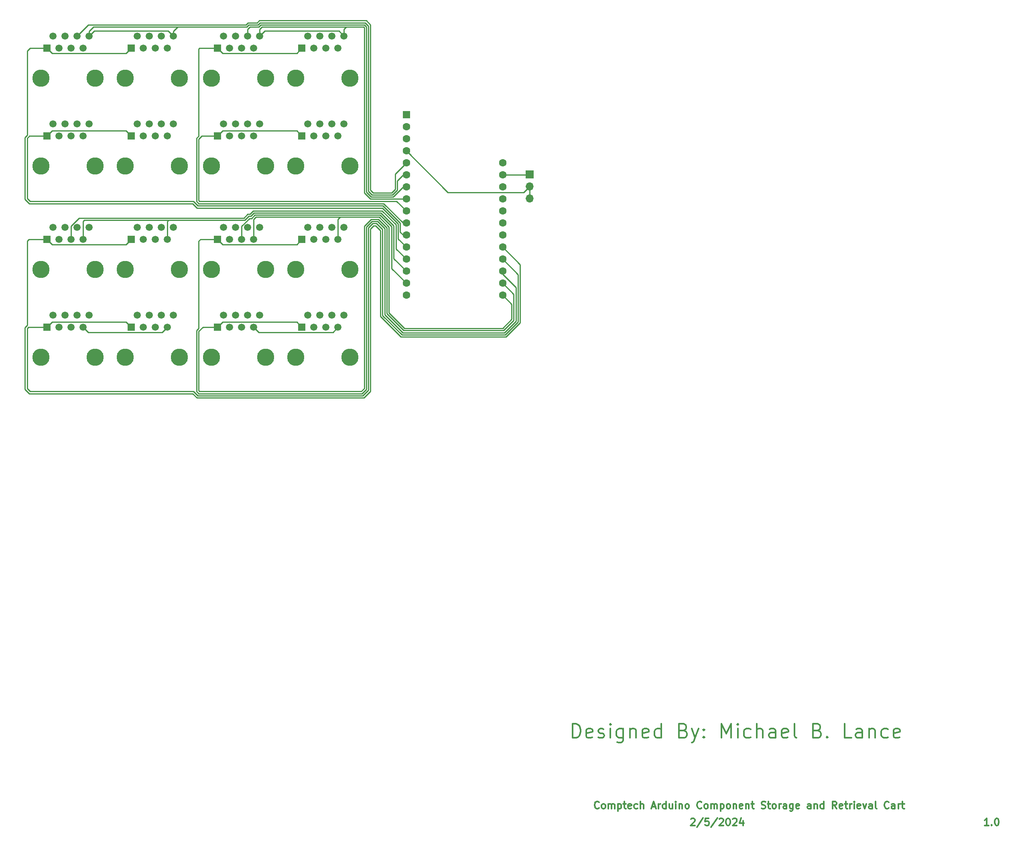
<source format=gbr>
%TF.GenerationSoftware,KiCad,Pcbnew,7.0.10*%
%TF.CreationDate,2024-02-05T14:26:27-07:00*%
%TF.ProjectId,pcbdraft-1,70636264-7261-4667-942d-312e6b696361,rev?*%
%TF.SameCoordinates,Original*%
%TF.FileFunction,Copper,L1,Top*%
%TF.FilePolarity,Positive*%
%FSLAX46Y46*%
G04 Gerber Fmt 4.6, Leading zero omitted, Abs format (unit mm)*
G04 Created by KiCad (PCBNEW 7.0.10) date 2024-02-05 14:26:27*
%MOMM*%
%LPD*%
G01*
G04 APERTURE LIST*
%ADD10C,0.300000*%
%TA.AperFunction,NonConductor*%
%ADD11C,0.300000*%
%TD*%
%TA.AperFunction,ComponentPad*%
%ADD12R,1.700000X1.700000*%
%TD*%
%TA.AperFunction,ComponentPad*%
%ADD13O,1.700000X1.700000*%
%TD*%
%TA.AperFunction,WasherPad*%
%ADD14C,3.650000*%
%TD*%
%TA.AperFunction,ComponentPad*%
%ADD15R,1.500000X1.500000*%
%TD*%
%TA.AperFunction,ComponentPad*%
%ADD16C,1.500000*%
%TD*%
%TA.AperFunction,ComponentPad*%
%ADD17R,1.600000X1.600000*%
%TD*%
%TA.AperFunction,ComponentPad*%
%ADD18C,1.600000*%
%TD*%
%TA.AperFunction,Conductor*%
%ADD19C,0.250000*%
%TD*%
G04 APERTURE END LIST*
D10*
D11*
X181759653Y-175385257D02*
X181759653Y-172385257D01*
X181759653Y-172385257D02*
X182473939Y-172385257D01*
X182473939Y-172385257D02*
X182902510Y-172528114D01*
X182902510Y-172528114D02*
X183188225Y-172813828D01*
X183188225Y-172813828D02*
X183331082Y-173099542D01*
X183331082Y-173099542D02*
X183473939Y-173670971D01*
X183473939Y-173670971D02*
X183473939Y-174099542D01*
X183473939Y-174099542D02*
X183331082Y-174670971D01*
X183331082Y-174670971D02*
X183188225Y-174956685D01*
X183188225Y-174956685D02*
X182902510Y-175242400D01*
X182902510Y-175242400D02*
X182473939Y-175385257D01*
X182473939Y-175385257D02*
X181759653Y-175385257D01*
X185902510Y-175242400D02*
X185616796Y-175385257D01*
X185616796Y-175385257D02*
X185045368Y-175385257D01*
X185045368Y-175385257D02*
X184759653Y-175242400D01*
X184759653Y-175242400D02*
X184616796Y-174956685D01*
X184616796Y-174956685D02*
X184616796Y-173813828D01*
X184616796Y-173813828D02*
X184759653Y-173528114D01*
X184759653Y-173528114D02*
X185045368Y-173385257D01*
X185045368Y-173385257D02*
X185616796Y-173385257D01*
X185616796Y-173385257D02*
X185902510Y-173528114D01*
X185902510Y-173528114D02*
X186045368Y-173813828D01*
X186045368Y-173813828D02*
X186045368Y-174099542D01*
X186045368Y-174099542D02*
X184616796Y-174385257D01*
X187188225Y-175242400D02*
X187473939Y-175385257D01*
X187473939Y-175385257D02*
X188045368Y-175385257D01*
X188045368Y-175385257D02*
X188331082Y-175242400D01*
X188331082Y-175242400D02*
X188473939Y-174956685D01*
X188473939Y-174956685D02*
X188473939Y-174813828D01*
X188473939Y-174813828D02*
X188331082Y-174528114D01*
X188331082Y-174528114D02*
X188045368Y-174385257D01*
X188045368Y-174385257D02*
X187616797Y-174385257D01*
X187616797Y-174385257D02*
X187331082Y-174242400D01*
X187331082Y-174242400D02*
X187188225Y-173956685D01*
X187188225Y-173956685D02*
X187188225Y-173813828D01*
X187188225Y-173813828D02*
X187331082Y-173528114D01*
X187331082Y-173528114D02*
X187616797Y-173385257D01*
X187616797Y-173385257D02*
X188045368Y-173385257D01*
X188045368Y-173385257D02*
X188331082Y-173528114D01*
X189759653Y-175385257D02*
X189759653Y-173385257D01*
X189759653Y-172385257D02*
X189616796Y-172528114D01*
X189616796Y-172528114D02*
X189759653Y-172670971D01*
X189759653Y-172670971D02*
X189902510Y-172528114D01*
X189902510Y-172528114D02*
X189759653Y-172385257D01*
X189759653Y-172385257D02*
X189759653Y-172670971D01*
X192473939Y-173385257D02*
X192473939Y-175813828D01*
X192473939Y-175813828D02*
X192331081Y-176099542D01*
X192331081Y-176099542D02*
X192188224Y-176242400D01*
X192188224Y-176242400D02*
X191902510Y-176385257D01*
X191902510Y-176385257D02*
X191473939Y-176385257D01*
X191473939Y-176385257D02*
X191188224Y-176242400D01*
X192473939Y-175242400D02*
X192188224Y-175385257D01*
X192188224Y-175385257D02*
X191616796Y-175385257D01*
X191616796Y-175385257D02*
X191331081Y-175242400D01*
X191331081Y-175242400D02*
X191188224Y-175099542D01*
X191188224Y-175099542D02*
X191045367Y-174813828D01*
X191045367Y-174813828D02*
X191045367Y-173956685D01*
X191045367Y-173956685D02*
X191188224Y-173670971D01*
X191188224Y-173670971D02*
X191331081Y-173528114D01*
X191331081Y-173528114D02*
X191616796Y-173385257D01*
X191616796Y-173385257D02*
X192188224Y-173385257D01*
X192188224Y-173385257D02*
X192473939Y-173528114D01*
X193902510Y-173385257D02*
X193902510Y-175385257D01*
X193902510Y-173670971D02*
X194045367Y-173528114D01*
X194045367Y-173528114D02*
X194331082Y-173385257D01*
X194331082Y-173385257D02*
X194759653Y-173385257D01*
X194759653Y-173385257D02*
X195045367Y-173528114D01*
X195045367Y-173528114D02*
X195188225Y-173813828D01*
X195188225Y-173813828D02*
X195188225Y-175385257D01*
X197759653Y-175242400D02*
X197473939Y-175385257D01*
X197473939Y-175385257D02*
X196902511Y-175385257D01*
X196902511Y-175385257D02*
X196616796Y-175242400D01*
X196616796Y-175242400D02*
X196473939Y-174956685D01*
X196473939Y-174956685D02*
X196473939Y-173813828D01*
X196473939Y-173813828D02*
X196616796Y-173528114D01*
X196616796Y-173528114D02*
X196902511Y-173385257D01*
X196902511Y-173385257D02*
X197473939Y-173385257D01*
X197473939Y-173385257D02*
X197759653Y-173528114D01*
X197759653Y-173528114D02*
X197902511Y-173813828D01*
X197902511Y-173813828D02*
X197902511Y-174099542D01*
X197902511Y-174099542D02*
X196473939Y-174385257D01*
X200473940Y-175385257D02*
X200473940Y-172385257D01*
X200473940Y-175242400D02*
X200188225Y-175385257D01*
X200188225Y-175385257D02*
X199616797Y-175385257D01*
X199616797Y-175385257D02*
X199331082Y-175242400D01*
X199331082Y-175242400D02*
X199188225Y-175099542D01*
X199188225Y-175099542D02*
X199045368Y-174813828D01*
X199045368Y-174813828D02*
X199045368Y-173956685D01*
X199045368Y-173956685D02*
X199188225Y-173670971D01*
X199188225Y-173670971D02*
X199331082Y-173528114D01*
X199331082Y-173528114D02*
X199616797Y-173385257D01*
X199616797Y-173385257D02*
X200188225Y-173385257D01*
X200188225Y-173385257D02*
X200473940Y-173528114D01*
X205188225Y-173813828D02*
X205616797Y-173956685D01*
X205616797Y-173956685D02*
X205759654Y-174099542D01*
X205759654Y-174099542D02*
X205902511Y-174385257D01*
X205902511Y-174385257D02*
X205902511Y-174813828D01*
X205902511Y-174813828D02*
X205759654Y-175099542D01*
X205759654Y-175099542D02*
X205616797Y-175242400D01*
X205616797Y-175242400D02*
X205331082Y-175385257D01*
X205331082Y-175385257D02*
X204188225Y-175385257D01*
X204188225Y-175385257D02*
X204188225Y-172385257D01*
X204188225Y-172385257D02*
X205188225Y-172385257D01*
X205188225Y-172385257D02*
X205473940Y-172528114D01*
X205473940Y-172528114D02*
X205616797Y-172670971D01*
X205616797Y-172670971D02*
X205759654Y-172956685D01*
X205759654Y-172956685D02*
X205759654Y-173242400D01*
X205759654Y-173242400D02*
X205616797Y-173528114D01*
X205616797Y-173528114D02*
X205473940Y-173670971D01*
X205473940Y-173670971D02*
X205188225Y-173813828D01*
X205188225Y-173813828D02*
X204188225Y-173813828D01*
X206902511Y-173385257D02*
X207616797Y-175385257D01*
X208331082Y-173385257D02*
X207616797Y-175385257D01*
X207616797Y-175385257D02*
X207331082Y-176099542D01*
X207331082Y-176099542D02*
X207188225Y-176242400D01*
X207188225Y-176242400D02*
X206902511Y-176385257D01*
X209473939Y-175099542D02*
X209616796Y-175242400D01*
X209616796Y-175242400D02*
X209473939Y-175385257D01*
X209473939Y-175385257D02*
X209331082Y-175242400D01*
X209331082Y-175242400D02*
X209473939Y-175099542D01*
X209473939Y-175099542D02*
X209473939Y-175385257D01*
X209473939Y-173528114D02*
X209616796Y-173670971D01*
X209616796Y-173670971D02*
X209473939Y-173813828D01*
X209473939Y-173813828D02*
X209331082Y-173670971D01*
X209331082Y-173670971D02*
X209473939Y-173528114D01*
X209473939Y-173528114D02*
X209473939Y-173813828D01*
X213188224Y-175385257D02*
X213188224Y-172385257D01*
X213188224Y-172385257D02*
X214188224Y-174528114D01*
X214188224Y-174528114D02*
X215188224Y-172385257D01*
X215188224Y-172385257D02*
X215188224Y-175385257D01*
X216616795Y-175385257D02*
X216616795Y-173385257D01*
X216616795Y-172385257D02*
X216473938Y-172528114D01*
X216473938Y-172528114D02*
X216616795Y-172670971D01*
X216616795Y-172670971D02*
X216759652Y-172528114D01*
X216759652Y-172528114D02*
X216616795Y-172385257D01*
X216616795Y-172385257D02*
X216616795Y-172670971D01*
X219331081Y-175242400D02*
X219045366Y-175385257D01*
X219045366Y-175385257D02*
X218473938Y-175385257D01*
X218473938Y-175385257D02*
X218188223Y-175242400D01*
X218188223Y-175242400D02*
X218045366Y-175099542D01*
X218045366Y-175099542D02*
X217902509Y-174813828D01*
X217902509Y-174813828D02*
X217902509Y-173956685D01*
X217902509Y-173956685D02*
X218045366Y-173670971D01*
X218045366Y-173670971D02*
X218188223Y-173528114D01*
X218188223Y-173528114D02*
X218473938Y-173385257D01*
X218473938Y-173385257D02*
X219045366Y-173385257D01*
X219045366Y-173385257D02*
X219331081Y-173528114D01*
X220616795Y-175385257D02*
X220616795Y-172385257D01*
X221902510Y-175385257D02*
X221902510Y-173813828D01*
X221902510Y-173813828D02*
X221759652Y-173528114D01*
X221759652Y-173528114D02*
X221473938Y-173385257D01*
X221473938Y-173385257D02*
X221045367Y-173385257D01*
X221045367Y-173385257D02*
X220759652Y-173528114D01*
X220759652Y-173528114D02*
X220616795Y-173670971D01*
X224616796Y-175385257D02*
X224616796Y-173813828D01*
X224616796Y-173813828D02*
X224473938Y-173528114D01*
X224473938Y-173528114D02*
X224188224Y-173385257D01*
X224188224Y-173385257D02*
X223616796Y-173385257D01*
X223616796Y-173385257D02*
X223331081Y-173528114D01*
X224616796Y-175242400D02*
X224331081Y-175385257D01*
X224331081Y-175385257D02*
X223616796Y-175385257D01*
X223616796Y-175385257D02*
X223331081Y-175242400D01*
X223331081Y-175242400D02*
X223188224Y-174956685D01*
X223188224Y-174956685D02*
X223188224Y-174670971D01*
X223188224Y-174670971D02*
X223331081Y-174385257D01*
X223331081Y-174385257D02*
X223616796Y-174242400D01*
X223616796Y-174242400D02*
X224331081Y-174242400D01*
X224331081Y-174242400D02*
X224616796Y-174099542D01*
X227188224Y-175242400D02*
X226902510Y-175385257D01*
X226902510Y-175385257D02*
X226331082Y-175385257D01*
X226331082Y-175385257D02*
X226045367Y-175242400D01*
X226045367Y-175242400D02*
X225902510Y-174956685D01*
X225902510Y-174956685D02*
X225902510Y-173813828D01*
X225902510Y-173813828D02*
X226045367Y-173528114D01*
X226045367Y-173528114D02*
X226331082Y-173385257D01*
X226331082Y-173385257D02*
X226902510Y-173385257D01*
X226902510Y-173385257D02*
X227188224Y-173528114D01*
X227188224Y-173528114D02*
X227331082Y-173813828D01*
X227331082Y-173813828D02*
X227331082Y-174099542D01*
X227331082Y-174099542D02*
X225902510Y-174385257D01*
X229045368Y-175385257D02*
X228759653Y-175242400D01*
X228759653Y-175242400D02*
X228616796Y-174956685D01*
X228616796Y-174956685D02*
X228616796Y-172385257D01*
X233473939Y-173813828D02*
X233902511Y-173956685D01*
X233902511Y-173956685D02*
X234045368Y-174099542D01*
X234045368Y-174099542D02*
X234188225Y-174385257D01*
X234188225Y-174385257D02*
X234188225Y-174813828D01*
X234188225Y-174813828D02*
X234045368Y-175099542D01*
X234045368Y-175099542D02*
X233902511Y-175242400D01*
X233902511Y-175242400D02*
X233616796Y-175385257D01*
X233616796Y-175385257D02*
X232473939Y-175385257D01*
X232473939Y-175385257D02*
X232473939Y-172385257D01*
X232473939Y-172385257D02*
X233473939Y-172385257D01*
X233473939Y-172385257D02*
X233759654Y-172528114D01*
X233759654Y-172528114D02*
X233902511Y-172670971D01*
X233902511Y-172670971D02*
X234045368Y-172956685D01*
X234045368Y-172956685D02*
X234045368Y-173242400D01*
X234045368Y-173242400D02*
X233902511Y-173528114D01*
X233902511Y-173528114D02*
X233759654Y-173670971D01*
X233759654Y-173670971D02*
X233473939Y-173813828D01*
X233473939Y-173813828D02*
X232473939Y-173813828D01*
X235473939Y-175099542D02*
X235616796Y-175242400D01*
X235616796Y-175242400D02*
X235473939Y-175385257D01*
X235473939Y-175385257D02*
X235331082Y-175242400D01*
X235331082Y-175242400D02*
X235473939Y-175099542D01*
X235473939Y-175099542D02*
X235473939Y-175385257D01*
X240616796Y-175385257D02*
X239188224Y-175385257D01*
X239188224Y-175385257D02*
X239188224Y-172385257D01*
X242902510Y-175385257D02*
X242902510Y-173813828D01*
X242902510Y-173813828D02*
X242759652Y-173528114D01*
X242759652Y-173528114D02*
X242473938Y-173385257D01*
X242473938Y-173385257D02*
X241902510Y-173385257D01*
X241902510Y-173385257D02*
X241616795Y-173528114D01*
X242902510Y-175242400D02*
X242616795Y-175385257D01*
X242616795Y-175385257D02*
X241902510Y-175385257D01*
X241902510Y-175385257D02*
X241616795Y-175242400D01*
X241616795Y-175242400D02*
X241473938Y-174956685D01*
X241473938Y-174956685D02*
X241473938Y-174670971D01*
X241473938Y-174670971D02*
X241616795Y-174385257D01*
X241616795Y-174385257D02*
X241902510Y-174242400D01*
X241902510Y-174242400D02*
X242616795Y-174242400D01*
X242616795Y-174242400D02*
X242902510Y-174099542D01*
X244331081Y-173385257D02*
X244331081Y-175385257D01*
X244331081Y-173670971D02*
X244473938Y-173528114D01*
X244473938Y-173528114D02*
X244759653Y-173385257D01*
X244759653Y-173385257D02*
X245188224Y-173385257D01*
X245188224Y-173385257D02*
X245473938Y-173528114D01*
X245473938Y-173528114D02*
X245616796Y-173813828D01*
X245616796Y-173813828D02*
X245616796Y-175385257D01*
X248331082Y-175242400D02*
X248045367Y-175385257D01*
X248045367Y-175385257D02*
X247473939Y-175385257D01*
X247473939Y-175385257D02*
X247188224Y-175242400D01*
X247188224Y-175242400D02*
X247045367Y-175099542D01*
X247045367Y-175099542D02*
X246902510Y-174813828D01*
X246902510Y-174813828D02*
X246902510Y-173956685D01*
X246902510Y-173956685D02*
X247045367Y-173670971D01*
X247045367Y-173670971D02*
X247188224Y-173528114D01*
X247188224Y-173528114D02*
X247473939Y-173385257D01*
X247473939Y-173385257D02*
X248045367Y-173385257D01*
X248045367Y-173385257D02*
X248331082Y-173528114D01*
X250759653Y-175242400D02*
X250473939Y-175385257D01*
X250473939Y-175385257D02*
X249902511Y-175385257D01*
X249902511Y-175385257D02*
X249616796Y-175242400D01*
X249616796Y-175242400D02*
X249473939Y-174956685D01*
X249473939Y-174956685D02*
X249473939Y-173813828D01*
X249473939Y-173813828D02*
X249616796Y-173528114D01*
X249616796Y-173528114D02*
X249902511Y-173385257D01*
X249902511Y-173385257D02*
X250473939Y-173385257D01*
X250473939Y-173385257D02*
X250759653Y-173528114D01*
X250759653Y-173528114D02*
X250902511Y-173813828D01*
X250902511Y-173813828D02*
X250902511Y-174099542D01*
X250902511Y-174099542D02*
X249473939Y-174385257D01*
D10*
D11*
X187339653Y-190157971D02*
X187268225Y-190229400D01*
X187268225Y-190229400D02*
X187053939Y-190300828D01*
X187053939Y-190300828D02*
X186911082Y-190300828D01*
X186911082Y-190300828D02*
X186696796Y-190229400D01*
X186696796Y-190229400D02*
X186553939Y-190086542D01*
X186553939Y-190086542D02*
X186482510Y-189943685D01*
X186482510Y-189943685D02*
X186411082Y-189657971D01*
X186411082Y-189657971D02*
X186411082Y-189443685D01*
X186411082Y-189443685D02*
X186482510Y-189157971D01*
X186482510Y-189157971D02*
X186553939Y-189015114D01*
X186553939Y-189015114D02*
X186696796Y-188872257D01*
X186696796Y-188872257D02*
X186911082Y-188800828D01*
X186911082Y-188800828D02*
X187053939Y-188800828D01*
X187053939Y-188800828D02*
X187268225Y-188872257D01*
X187268225Y-188872257D02*
X187339653Y-188943685D01*
X188196796Y-190300828D02*
X188053939Y-190229400D01*
X188053939Y-190229400D02*
X187982510Y-190157971D01*
X187982510Y-190157971D02*
X187911082Y-190015114D01*
X187911082Y-190015114D02*
X187911082Y-189586542D01*
X187911082Y-189586542D02*
X187982510Y-189443685D01*
X187982510Y-189443685D02*
X188053939Y-189372257D01*
X188053939Y-189372257D02*
X188196796Y-189300828D01*
X188196796Y-189300828D02*
X188411082Y-189300828D01*
X188411082Y-189300828D02*
X188553939Y-189372257D01*
X188553939Y-189372257D02*
X188625368Y-189443685D01*
X188625368Y-189443685D02*
X188696796Y-189586542D01*
X188696796Y-189586542D02*
X188696796Y-190015114D01*
X188696796Y-190015114D02*
X188625368Y-190157971D01*
X188625368Y-190157971D02*
X188553939Y-190229400D01*
X188553939Y-190229400D02*
X188411082Y-190300828D01*
X188411082Y-190300828D02*
X188196796Y-190300828D01*
X189339653Y-190300828D02*
X189339653Y-189300828D01*
X189339653Y-189443685D02*
X189411082Y-189372257D01*
X189411082Y-189372257D02*
X189553939Y-189300828D01*
X189553939Y-189300828D02*
X189768225Y-189300828D01*
X189768225Y-189300828D02*
X189911082Y-189372257D01*
X189911082Y-189372257D02*
X189982511Y-189515114D01*
X189982511Y-189515114D02*
X189982511Y-190300828D01*
X189982511Y-189515114D02*
X190053939Y-189372257D01*
X190053939Y-189372257D02*
X190196796Y-189300828D01*
X190196796Y-189300828D02*
X190411082Y-189300828D01*
X190411082Y-189300828D02*
X190553939Y-189372257D01*
X190553939Y-189372257D02*
X190625368Y-189515114D01*
X190625368Y-189515114D02*
X190625368Y-190300828D01*
X191339653Y-189300828D02*
X191339653Y-190800828D01*
X191339653Y-189372257D02*
X191482511Y-189300828D01*
X191482511Y-189300828D02*
X191768225Y-189300828D01*
X191768225Y-189300828D02*
X191911082Y-189372257D01*
X191911082Y-189372257D02*
X191982511Y-189443685D01*
X191982511Y-189443685D02*
X192053939Y-189586542D01*
X192053939Y-189586542D02*
X192053939Y-190015114D01*
X192053939Y-190015114D02*
X191982511Y-190157971D01*
X191982511Y-190157971D02*
X191911082Y-190229400D01*
X191911082Y-190229400D02*
X191768225Y-190300828D01*
X191768225Y-190300828D02*
X191482511Y-190300828D01*
X191482511Y-190300828D02*
X191339653Y-190229400D01*
X192482511Y-189300828D02*
X193053939Y-189300828D01*
X192696796Y-188800828D02*
X192696796Y-190086542D01*
X192696796Y-190086542D02*
X192768225Y-190229400D01*
X192768225Y-190229400D02*
X192911082Y-190300828D01*
X192911082Y-190300828D02*
X193053939Y-190300828D01*
X194125368Y-190229400D02*
X193982511Y-190300828D01*
X193982511Y-190300828D02*
X193696797Y-190300828D01*
X193696797Y-190300828D02*
X193553939Y-190229400D01*
X193553939Y-190229400D02*
X193482511Y-190086542D01*
X193482511Y-190086542D02*
X193482511Y-189515114D01*
X193482511Y-189515114D02*
X193553939Y-189372257D01*
X193553939Y-189372257D02*
X193696797Y-189300828D01*
X193696797Y-189300828D02*
X193982511Y-189300828D01*
X193982511Y-189300828D02*
X194125368Y-189372257D01*
X194125368Y-189372257D02*
X194196797Y-189515114D01*
X194196797Y-189515114D02*
X194196797Y-189657971D01*
X194196797Y-189657971D02*
X193482511Y-189800828D01*
X195482511Y-190229400D02*
X195339653Y-190300828D01*
X195339653Y-190300828D02*
X195053939Y-190300828D01*
X195053939Y-190300828D02*
X194911082Y-190229400D01*
X194911082Y-190229400D02*
X194839653Y-190157971D01*
X194839653Y-190157971D02*
X194768225Y-190015114D01*
X194768225Y-190015114D02*
X194768225Y-189586542D01*
X194768225Y-189586542D02*
X194839653Y-189443685D01*
X194839653Y-189443685D02*
X194911082Y-189372257D01*
X194911082Y-189372257D02*
X195053939Y-189300828D01*
X195053939Y-189300828D02*
X195339653Y-189300828D01*
X195339653Y-189300828D02*
X195482511Y-189372257D01*
X196125367Y-190300828D02*
X196125367Y-188800828D01*
X196768225Y-190300828D02*
X196768225Y-189515114D01*
X196768225Y-189515114D02*
X196696796Y-189372257D01*
X196696796Y-189372257D02*
X196553939Y-189300828D01*
X196553939Y-189300828D02*
X196339653Y-189300828D01*
X196339653Y-189300828D02*
X196196796Y-189372257D01*
X196196796Y-189372257D02*
X196125367Y-189443685D01*
X198553939Y-189872257D02*
X199268225Y-189872257D01*
X198411082Y-190300828D02*
X198911082Y-188800828D01*
X198911082Y-188800828D02*
X199411082Y-190300828D01*
X199911081Y-190300828D02*
X199911081Y-189300828D01*
X199911081Y-189586542D02*
X199982510Y-189443685D01*
X199982510Y-189443685D02*
X200053939Y-189372257D01*
X200053939Y-189372257D02*
X200196796Y-189300828D01*
X200196796Y-189300828D02*
X200339653Y-189300828D01*
X201482510Y-190300828D02*
X201482510Y-188800828D01*
X201482510Y-190229400D02*
X201339652Y-190300828D01*
X201339652Y-190300828D02*
X201053938Y-190300828D01*
X201053938Y-190300828D02*
X200911081Y-190229400D01*
X200911081Y-190229400D02*
X200839652Y-190157971D01*
X200839652Y-190157971D02*
X200768224Y-190015114D01*
X200768224Y-190015114D02*
X200768224Y-189586542D01*
X200768224Y-189586542D02*
X200839652Y-189443685D01*
X200839652Y-189443685D02*
X200911081Y-189372257D01*
X200911081Y-189372257D02*
X201053938Y-189300828D01*
X201053938Y-189300828D02*
X201339652Y-189300828D01*
X201339652Y-189300828D02*
X201482510Y-189372257D01*
X202839653Y-189300828D02*
X202839653Y-190300828D01*
X202196795Y-189300828D02*
X202196795Y-190086542D01*
X202196795Y-190086542D02*
X202268224Y-190229400D01*
X202268224Y-190229400D02*
X202411081Y-190300828D01*
X202411081Y-190300828D02*
X202625367Y-190300828D01*
X202625367Y-190300828D02*
X202768224Y-190229400D01*
X202768224Y-190229400D02*
X202839653Y-190157971D01*
X203553938Y-190300828D02*
X203553938Y-189300828D01*
X203553938Y-188800828D02*
X203482510Y-188872257D01*
X203482510Y-188872257D02*
X203553938Y-188943685D01*
X203553938Y-188943685D02*
X203625367Y-188872257D01*
X203625367Y-188872257D02*
X203553938Y-188800828D01*
X203553938Y-188800828D02*
X203553938Y-188943685D01*
X204268224Y-189300828D02*
X204268224Y-190300828D01*
X204268224Y-189443685D02*
X204339653Y-189372257D01*
X204339653Y-189372257D02*
X204482510Y-189300828D01*
X204482510Y-189300828D02*
X204696796Y-189300828D01*
X204696796Y-189300828D02*
X204839653Y-189372257D01*
X204839653Y-189372257D02*
X204911082Y-189515114D01*
X204911082Y-189515114D02*
X204911082Y-190300828D01*
X205839653Y-190300828D02*
X205696796Y-190229400D01*
X205696796Y-190229400D02*
X205625367Y-190157971D01*
X205625367Y-190157971D02*
X205553939Y-190015114D01*
X205553939Y-190015114D02*
X205553939Y-189586542D01*
X205553939Y-189586542D02*
X205625367Y-189443685D01*
X205625367Y-189443685D02*
X205696796Y-189372257D01*
X205696796Y-189372257D02*
X205839653Y-189300828D01*
X205839653Y-189300828D02*
X206053939Y-189300828D01*
X206053939Y-189300828D02*
X206196796Y-189372257D01*
X206196796Y-189372257D02*
X206268225Y-189443685D01*
X206268225Y-189443685D02*
X206339653Y-189586542D01*
X206339653Y-189586542D02*
X206339653Y-190015114D01*
X206339653Y-190015114D02*
X206268225Y-190157971D01*
X206268225Y-190157971D02*
X206196796Y-190229400D01*
X206196796Y-190229400D02*
X206053939Y-190300828D01*
X206053939Y-190300828D02*
X205839653Y-190300828D01*
X208982510Y-190157971D02*
X208911082Y-190229400D01*
X208911082Y-190229400D02*
X208696796Y-190300828D01*
X208696796Y-190300828D02*
X208553939Y-190300828D01*
X208553939Y-190300828D02*
X208339653Y-190229400D01*
X208339653Y-190229400D02*
X208196796Y-190086542D01*
X208196796Y-190086542D02*
X208125367Y-189943685D01*
X208125367Y-189943685D02*
X208053939Y-189657971D01*
X208053939Y-189657971D02*
X208053939Y-189443685D01*
X208053939Y-189443685D02*
X208125367Y-189157971D01*
X208125367Y-189157971D02*
X208196796Y-189015114D01*
X208196796Y-189015114D02*
X208339653Y-188872257D01*
X208339653Y-188872257D02*
X208553939Y-188800828D01*
X208553939Y-188800828D02*
X208696796Y-188800828D01*
X208696796Y-188800828D02*
X208911082Y-188872257D01*
X208911082Y-188872257D02*
X208982510Y-188943685D01*
X209839653Y-190300828D02*
X209696796Y-190229400D01*
X209696796Y-190229400D02*
X209625367Y-190157971D01*
X209625367Y-190157971D02*
X209553939Y-190015114D01*
X209553939Y-190015114D02*
X209553939Y-189586542D01*
X209553939Y-189586542D02*
X209625367Y-189443685D01*
X209625367Y-189443685D02*
X209696796Y-189372257D01*
X209696796Y-189372257D02*
X209839653Y-189300828D01*
X209839653Y-189300828D02*
X210053939Y-189300828D01*
X210053939Y-189300828D02*
X210196796Y-189372257D01*
X210196796Y-189372257D02*
X210268225Y-189443685D01*
X210268225Y-189443685D02*
X210339653Y-189586542D01*
X210339653Y-189586542D02*
X210339653Y-190015114D01*
X210339653Y-190015114D02*
X210268225Y-190157971D01*
X210268225Y-190157971D02*
X210196796Y-190229400D01*
X210196796Y-190229400D02*
X210053939Y-190300828D01*
X210053939Y-190300828D02*
X209839653Y-190300828D01*
X210982510Y-190300828D02*
X210982510Y-189300828D01*
X210982510Y-189443685D02*
X211053939Y-189372257D01*
X211053939Y-189372257D02*
X211196796Y-189300828D01*
X211196796Y-189300828D02*
X211411082Y-189300828D01*
X211411082Y-189300828D02*
X211553939Y-189372257D01*
X211553939Y-189372257D02*
X211625368Y-189515114D01*
X211625368Y-189515114D02*
X211625368Y-190300828D01*
X211625368Y-189515114D02*
X211696796Y-189372257D01*
X211696796Y-189372257D02*
X211839653Y-189300828D01*
X211839653Y-189300828D02*
X212053939Y-189300828D01*
X212053939Y-189300828D02*
X212196796Y-189372257D01*
X212196796Y-189372257D02*
X212268225Y-189515114D01*
X212268225Y-189515114D02*
X212268225Y-190300828D01*
X212982510Y-189300828D02*
X212982510Y-190800828D01*
X212982510Y-189372257D02*
X213125368Y-189300828D01*
X213125368Y-189300828D02*
X213411082Y-189300828D01*
X213411082Y-189300828D02*
X213553939Y-189372257D01*
X213553939Y-189372257D02*
X213625368Y-189443685D01*
X213625368Y-189443685D02*
X213696796Y-189586542D01*
X213696796Y-189586542D02*
X213696796Y-190015114D01*
X213696796Y-190015114D02*
X213625368Y-190157971D01*
X213625368Y-190157971D02*
X213553939Y-190229400D01*
X213553939Y-190229400D02*
X213411082Y-190300828D01*
X213411082Y-190300828D02*
X213125368Y-190300828D01*
X213125368Y-190300828D02*
X212982510Y-190229400D01*
X214553939Y-190300828D02*
X214411082Y-190229400D01*
X214411082Y-190229400D02*
X214339653Y-190157971D01*
X214339653Y-190157971D02*
X214268225Y-190015114D01*
X214268225Y-190015114D02*
X214268225Y-189586542D01*
X214268225Y-189586542D02*
X214339653Y-189443685D01*
X214339653Y-189443685D02*
X214411082Y-189372257D01*
X214411082Y-189372257D02*
X214553939Y-189300828D01*
X214553939Y-189300828D02*
X214768225Y-189300828D01*
X214768225Y-189300828D02*
X214911082Y-189372257D01*
X214911082Y-189372257D02*
X214982511Y-189443685D01*
X214982511Y-189443685D02*
X215053939Y-189586542D01*
X215053939Y-189586542D02*
X215053939Y-190015114D01*
X215053939Y-190015114D02*
X214982511Y-190157971D01*
X214982511Y-190157971D02*
X214911082Y-190229400D01*
X214911082Y-190229400D02*
X214768225Y-190300828D01*
X214768225Y-190300828D02*
X214553939Y-190300828D01*
X215696796Y-189300828D02*
X215696796Y-190300828D01*
X215696796Y-189443685D02*
X215768225Y-189372257D01*
X215768225Y-189372257D02*
X215911082Y-189300828D01*
X215911082Y-189300828D02*
X216125368Y-189300828D01*
X216125368Y-189300828D02*
X216268225Y-189372257D01*
X216268225Y-189372257D02*
X216339654Y-189515114D01*
X216339654Y-189515114D02*
X216339654Y-190300828D01*
X217625368Y-190229400D02*
X217482511Y-190300828D01*
X217482511Y-190300828D02*
X217196797Y-190300828D01*
X217196797Y-190300828D02*
X217053939Y-190229400D01*
X217053939Y-190229400D02*
X216982511Y-190086542D01*
X216982511Y-190086542D02*
X216982511Y-189515114D01*
X216982511Y-189515114D02*
X217053939Y-189372257D01*
X217053939Y-189372257D02*
X217196797Y-189300828D01*
X217196797Y-189300828D02*
X217482511Y-189300828D01*
X217482511Y-189300828D02*
X217625368Y-189372257D01*
X217625368Y-189372257D02*
X217696797Y-189515114D01*
X217696797Y-189515114D02*
X217696797Y-189657971D01*
X217696797Y-189657971D02*
X216982511Y-189800828D01*
X218339653Y-189300828D02*
X218339653Y-190300828D01*
X218339653Y-189443685D02*
X218411082Y-189372257D01*
X218411082Y-189372257D02*
X218553939Y-189300828D01*
X218553939Y-189300828D02*
X218768225Y-189300828D01*
X218768225Y-189300828D02*
X218911082Y-189372257D01*
X218911082Y-189372257D02*
X218982511Y-189515114D01*
X218982511Y-189515114D02*
X218982511Y-190300828D01*
X219482511Y-189300828D02*
X220053939Y-189300828D01*
X219696796Y-188800828D02*
X219696796Y-190086542D01*
X219696796Y-190086542D02*
X219768225Y-190229400D01*
X219768225Y-190229400D02*
X219911082Y-190300828D01*
X219911082Y-190300828D02*
X220053939Y-190300828D01*
X221625368Y-190229400D02*
X221839654Y-190300828D01*
X221839654Y-190300828D02*
X222196796Y-190300828D01*
X222196796Y-190300828D02*
X222339654Y-190229400D01*
X222339654Y-190229400D02*
X222411082Y-190157971D01*
X222411082Y-190157971D02*
X222482511Y-190015114D01*
X222482511Y-190015114D02*
X222482511Y-189872257D01*
X222482511Y-189872257D02*
X222411082Y-189729400D01*
X222411082Y-189729400D02*
X222339654Y-189657971D01*
X222339654Y-189657971D02*
X222196796Y-189586542D01*
X222196796Y-189586542D02*
X221911082Y-189515114D01*
X221911082Y-189515114D02*
X221768225Y-189443685D01*
X221768225Y-189443685D02*
X221696796Y-189372257D01*
X221696796Y-189372257D02*
X221625368Y-189229400D01*
X221625368Y-189229400D02*
X221625368Y-189086542D01*
X221625368Y-189086542D02*
X221696796Y-188943685D01*
X221696796Y-188943685D02*
X221768225Y-188872257D01*
X221768225Y-188872257D02*
X221911082Y-188800828D01*
X221911082Y-188800828D02*
X222268225Y-188800828D01*
X222268225Y-188800828D02*
X222482511Y-188872257D01*
X222911082Y-189300828D02*
X223482510Y-189300828D01*
X223125367Y-188800828D02*
X223125367Y-190086542D01*
X223125367Y-190086542D02*
X223196796Y-190229400D01*
X223196796Y-190229400D02*
X223339653Y-190300828D01*
X223339653Y-190300828D02*
X223482510Y-190300828D01*
X224196796Y-190300828D02*
X224053939Y-190229400D01*
X224053939Y-190229400D02*
X223982510Y-190157971D01*
X223982510Y-190157971D02*
X223911082Y-190015114D01*
X223911082Y-190015114D02*
X223911082Y-189586542D01*
X223911082Y-189586542D02*
X223982510Y-189443685D01*
X223982510Y-189443685D02*
X224053939Y-189372257D01*
X224053939Y-189372257D02*
X224196796Y-189300828D01*
X224196796Y-189300828D02*
X224411082Y-189300828D01*
X224411082Y-189300828D02*
X224553939Y-189372257D01*
X224553939Y-189372257D02*
X224625368Y-189443685D01*
X224625368Y-189443685D02*
X224696796Y-189586542D01*
X224696796Y-189586542D02*
X224696796Y-190015114D01*
X224696796Y-190015114D02*
X224625368Y-190157971D01*
X224625368Y-190157971D02*
X224553939Y-190229400D01*
X224553939Y-190229400D02*
X224411082Y-190300828D01*
X224411082Y-190300828D02*
X224196796Y-190300828D01*
X225339653Y-190300828D02*
X225339653Y-189300828D01*
X225339653Y-189586542D02*
X225411082Y-189443685D01*
X225411082Y-189443685D02*
X225482511Y-189372257D01*
X225482511Y-189372257D02*
X225625368Y-189300828D01*
X225625368Y-189300828D02*
X225768225Y-189300828D01*
X226911082Y-190300828D02*
X226911082Y-189515114D01*
X226911082Y-189515114D02*
X226839653Y-189372257D01*
X226839653Y-189372257D02*
X226696796Y-189300828D01*
X226696796Y-189300828D02*
X226411082Y-189300828D01*
X226411082Y-189300828D02*
X226268224Y-189372257D01*
X226911082Y-190229400D02*
X226768224Y-190300828D01*
X226768224Y-190300828D02*
X226411082Y-190300828D01*
X226411082Y-190300828D02*
X226268224Y-190229400D01*
X226268224Y-190229400D02*
X226196796Y-190086542D01*
X226196796Y-190086542D02*
X226196796Y-189943685D01*
X226196796Y-189943685D02*
X226268224Y-189800828D01*
X226268224Y-189800828D02*
X226411082Y-189729400D01*
X226411082Y-189729400D02*
X226768224Y-189729400D01*
X226768224Y-189729400D02*
X226911082Y-189657971D01*
X228268225Y-189300828D02*
X228268225Y-190515114D01*
X228268225Y-190515114D02*
X228196796Y-190657971D01*
X228196796Y-190657971D02*
X228125367Y-190729400D01*
X228125367Y-190729400D02*
X227982510Y-190800828D01*
X227982510Y-190800828D02*
X227768225Y-190800828D01*
X227768225Y-190800828D02*
X227625367Y-190729400D01*
X228268225Y-190229400D02*
X228125367Y-190300828D01*
X228125367Y-190300828D02*
X227839653Y-190300828D01*
X227839653Y-190300828D02*
X227696796Y-190229400D01*
X227696796Y-190229400D02*
X227625367Y-190157971D01*
X227625367Y-190157971D02*
X227553939Y-190015114D01*
X227553939Y-190015114D02*
X227553939Y-189586542D01*
X227553939Y-189586542D02*
X227625367Y-189443685D01*
X227625367Y-189443685D02*
X227696796Y-189372257D01*
X227696796Y-189372257D02*
X227839653Y-189300828D01*
X227839653Y-189300828D02*
X228125367Y-189300828D01*
X228125367Y-189300828D02*
X228268225Y-189372257D01*
X229553939Y-190229400D02*
X229411082Y-190300828D01*
X229411082Y-190300828D02*
X229125368Y-190300828D01*
X229125368Y-190300828D02*
X228982510Y-190229400D01*
X228982510Y-190229400D02*
X228911082Y-190086542D01*
X228911082Y-190086542D02*
X228911082Y-189515114D01*
X228911082Y-189515114D02*
X228982510Y-189372257D01*
X228982510Y-189372257D02*
X229125368Y-189300828D01*
X229125368Y-189300828D02*
X229411082Y-189300828D01*
X229411082Y-189300828D02*
X229553939Y-189372257D01*
X229553939Y-189372257D02*
X229625368Y-189515114D01*
X229625368Y-189515114D02*
X229625368Y-189657971D01*
X229625368Y-189657971D02*
X228911082Y-189800828D01*
X232053939Y-190300828D02*
X232053939Y-189515114D01*
X232053939Y-189515114D02*
X231982510Y-189372257D01*
X231982510Y-189372257D02*
X231839653Y-189300828D01*
X231839653Y-189300828D02*
X231553939Y-189300828D01*
X231553939Y-189300828D02*
X231411081Y-189372257D01*
X232053939Y-190229400D02*
X231911081Y-190300828D01*
X231911081Y-190300828D02*
X231553939Y-190300828D01*
X231553939Y-190300828D02*
X231411081Y-190229400D01*
X231411081Y-190229400D02*
X231339653Y-190086542D01*
X231339653Y-190086542D02*
X231339653Y-189943685D01*
X231339653Y-189943685D02*
X231411081Y-189800828D01*
X231411081Y-189800828D02*
X231553939Y-189729400D01*
X231553939Y-189729400D02*
X231911081Y-189729400D01*
X231911081Y-189729400D02*
X232053939Y-189657971D01*
X232768224Y-189300828D02*
X232768224Y-190300828D01*
X232768224Y-189443685D02*
X232839653Y-189372257D01*
X232839653Y-189372257D02*
X232982510Y-189300828D01*
X232982510Y-189300828D02*
X233196796Y-189300828D01*
X233196796Y-189300828D02*
X233339653Y-189372257D01*
X233339653Y-189372257D02*
X233411082Y-189515114D01*
X233411082Y-189515114D02*
X233411082Y-190300828D01*
X234768225Y-190300828D02*
X234768225Y-188800828D01*
X234768225Y-190229400D02*
X234625367Y-190300828D01*
X234625367Y-190300828D02*
X234339653Y-190300828D01*
X234339653Y-190300828D02*
X234196796Y-190229400D01*
X234196796Y-190229400D02*
X234125367Y-190157971D01*
X234125367Y-190157971D02*
X234053939Y-190015114D01*
X234053939Y-190015114D02*
X234053939Y-189586542D01*
X234053939Y-189586542D02*
X234125367Y-189443685D01*
X234125367Y-189443685D02*
X234196796Y-189372257D01*
X234196796Y-189372257D02*
X234339653Y-189300828D01*
X234339653Y-189300828D02*
X234625367Y-189300828D01*
X234625367Y-189300828D02*
X234768225Y-189372257D01*
X237482510Y-190300828D02*
X236982510Y-189586542D01*
X236625367Y-190300828D02*
X236625367Y-188800828D01*
X236625367Y-188800828D02*
X237196796Y-188800828D01*
X237196796Y-188800828D02*
X237339653Y-188872257D01*
X237339653Y-188872257D02*
X237411082Y-188943685D01*
X237411082Y-188943685D02*
X237482510Y-189086542D01*
X237482510Y-189086542D02*
X237482510Y-189300828D01*
X237482510Y-189300828D02*
X237411082Y-189443685D01*
X237411082Y-189443685D02*
X237339653Y-189515114D01*
X237339653Y-189515114D02*
X237196796Y-189586542D01*
X237196796Y-189586542D02*
X236625367Y-189586542D01*
X238696796Y-190229400D02*
X238553939Y-190300828D01*
X238553939Y-190300828D02*
X238268225Y-190300828D01*
X238268225Y-190300828D02*
X238125367Y-190229400D01*
X238125367Y-190229400D02*
X238053939Y-190086542D01*
X238053939Y-190086542D02*
X238053939Y-189515114D01*
X238053939Y-189515114D02*
X238125367Y-189372257D01*
X238125367Y-189372257D02*
X238268225Y-189300828D01*
X238268225Y-189300828D02*
X238553939Y-189300828D01*
X238553939Y-189300828D02*
X238696796Y-189372257D01*
X238696796Y-189372257D02*
X238768225Y-189515114D01*
X238768225Y-189515114D02*
X238768225Y-189657971D01*
X238768225Y-189657971D02*
X238053939Y-189800828D01*
X239196796Y-189300828D02*
X239768224Y-189300828D01*
X239411081Y-188800828D02*
X239411081Y-190086542D01*
X239411081Y-190086542D02*
X239482510Y-190229400D01*
X239482510Y-190229400D02*
X239625367Y-190300828D01*
X239625367Y-190300828D02*
X239768224Y-190300828D01*
X240268224Y-190300828D02*
X240268224Y-189300828D01*
X240268224Y-189586542D02*
X240339653Y-189443685D01*
X240339653Y-189443685D02*
X240411082Y-189372257D01*
X240411082Y-189372257D02*
X240553939Y-189300828D01*
X240553939Y-189300828D02*
X240696796Y-189300828D01*
X241196795Y-190300828D02*
X241196795Y-189300828D01*
X241196795Y-188800828D02*
X241125367Y-188872257D01*
X241125367Y-188872257D02*
X241196795Y-188943685D01*
X241196795Y-188943685D02*
X241268224Y-188872257D01*
X241268224Y-188872257D02*
X241196795Y-188800828D01*
X241196795Y-188800828D02*
X241196795Y-188943685D01*
X242482510Y-190229400D02*
X242339653Y-190300828D01*
X242339653Y-190300828D02*
X242053939Y-190300828D01*
X242053939Y-190300828D02*
X241911081Y-190229400D01*
X241911081Y-190229400D02*
X241839653Y-190086542D01*
X241839653Y-190086542D02*
X241839653Y-189515114D01*
X241839653Y-189515114D02*
X241911081Y-189372257D01*
X241911081Y-189372257D02*
X242053939Y-189300828D01*
X242053939Y-189300828D02*
X242339653Y-189300828D01*
X242339653Y-189300828D02*
X242482510Y-189372257D01*
X242482510Y-189372257D02*
X242553939Y-189515114D01*
X242553939Y-189515114D02*
X242553939Y-189657971D01*
X242553939Y-189657971D02*
X241839653Y-189800828D01*
X243053938Y-189300828D02*
X243411081Y-190300828D01*
X243411081Y-190300828D02*
X243768224Y-189300828D01*
X244982510Y-190300828D02*
X244982510Y-189515114D01*
X244982510Y-189515114D02*
X244911081Y-189372257D01*
X244911081Y-189372257D02*
X244768224Y-189300828D01*
X244768224Y-189300828D02*
X244482510Y-189300828D01*
X244482510Y-189300828D02*
X244339652Y-189372257D01*
X244982510Y-190229400D02*
X244839652Y-190300828D01*
X244839652Y-190300828D02*
X244482510Y-190300828D01*
X244482510Y-190300828D02*
X244339652Y-190229400D01*
X244339652Y-190229400D02*
X244268224Y-190086542D01*
X244268224Y-190086542D02*
X244268224Y-189943685D01*
X244268224Y-189943685D02*
X244339652Y-189800828D01*
X244339652Y-189800828D02*
X244482510Y-189729400D01*
X244482510Y-189729400D02*
X244839652Y-189729400D01*
X244839652Y-189729400D02*
X244982510Y-189657971D01*
X245911081Y-190300828D02*
X245768224Y-190229400D01*
X245768224Y-190229400D02*
X245696795Y-190086542D01*
X245696795Y-190086542D02*
X245696795Y-188800828D01*
X248482509Y-190157971D02*
X248411081Y-190229400D01*
X248411081Y-190229400D02*
X248196795Y-190300828D01*
X248196795Y-190300828D02*
X248053938Y-190300828D01*
X248053938Y-190300828D02*
X247839652Y-190229400D01*
X247839652Y-190229400D02*
X247696795Y-190086542D01*
X247696795Y-190086542D02*
X247625366Y-189943685D01*
X247625366Y-189943685D02*
X247553938Y-189657971D01*
X247553938Y-189657971D02*
X247553938Y-189443685D01*
X247553938Y-189443685D02*
X247625366Y-189157971D01*
X247625366Y-189157971D02*
X247696795Y-189015114D01*
X247696795Y-189015114D02*
X247839652Y-188872257D01*
X247839652Y-188872257D02*
X248053938Y-188800828D01*
X248053938Y-188800828D02*
X248196795Y-188800828D01*
X248196795Y-188800828D02*
X248411081Y-188872257D01*
X248411081Y-188872257D02*
X248482509Y-188943685D01*
X249768224Y-190300828D02*
X249768224Y-189515114D01*
X249768224Y-189515114D02*
X249696795Y-189372257D01*
X249696795Y-189372257D02*
X249553938Y-189300828D01*
X249553938Y-189300828D02*
X249268224Y-189300828D01*
X249268224Y-189300828D02*
X249125366Y-189372257D01*
X249768224Y-190229400D02*
X249625366Y-190300828D01*
X249625366Y-190300828D02*
X249268224Y-190300828D01*
X249268224Y-190300828D02*
X249125366Y-190229400D01*
X249125366Y-190229400D02*
X249053938Y-190086542D01*
X249053938Y-190086542D02*
X249053938Y-189943685D01*
X249053938Y-189943685D02*
X249125366Y-189800828D01*
X249125366Y-189800828D02*
X249268224Y-189729400D01*
X249268224Y-189729400D02*
X249625366Y-189729400D01*
X249625366Y-189729400D02*
X249768224Y-189657971D01*
X250482509Y-190300828D02*
X250482509Y-189300828D01*
X250482509Y-189586542D02*
X250553938Y-189443685D01*
X250553938Y-189443685D02*
X250625367Y-189372257D01*
X250625367Y-189372257D02*
X250768224Y-189300828D01*
X250768224Y-189300828D02*
X250911081Y-189300828D01*
X251196795Y-189300828D02*
X251768223Y-189300828D01*
X251411080Y-188800828D02*
X251411080Y-190086542D01*
X251411080Y-190086542D02*
X251482509Y-190229400D01*
X251482509Y-190229400D02*
X251625366Y-190300828D01*
X251625366Y-190300828D02*
X251768223Y-190300828D01*
D10*
D11*
X206731082Y-192499685D02*
X206802510Y-192428257D01*
X206802510Y-192428257D02*
X206945368Y-192356828D01*
X206945368Y-192356828D02*
X207302510Y-192356828D01*
X207302510Y-192356828D02*
X207445368Y-192428257D01*
X207445368Y-192428257D02*
X207516796Y-192499685D01*
X207516796Y-192499685D02*
X207588225Y-192642542D01*
X207588225Y-192642542D02*
X207588225Y-192785400D01*
X207588225Y-192785400D02*
X207516796Y-192999685D01*
X207516796Y-192999685D02*
X206659653Y-193856828D01*
X206659653Y-193856828D02*
X207588225Y-193856828D01*
X209302510Y-192285400D02*
X208016796Y-194213971D01*
X210516796Y-192356828D02*
X209802510Y-192356828D01*
X209802510Y-192356828D02*
X209731082Y-193071114D01*
X209731082Y-193071114D02*
X209802510Y-192999685D01*
X209802510Y-192999685D02*
X209945368Y-192928257D01*
X209945368Y-192928257D02*
X210302510Y-192928257D01*
X210302510Y-192928257D02*
X210445368Y-192999685D01*
X210445368Y-192999685D02*
X210516796Y-193071114D01*
X210516796Y-193071114D02*
X210588225Y-193213971D01*
X210588225Y-193213971D02*
X210588225Y-193571114D01*
X210588225Y-193571114D02*
X210516796Y-193713971D01*
X210516796Y-193713971D02*
X210445368Y-193785400D01*
X210445368Y-193785400D02*
X210302510Y-193856828D01*
X210302510Y-193856828D02*
X209945368Y-193856828D01*
X209945368Y-193856828D02*
X209802510Y-193785400D01*
X209802510Y-193785400D02*
X209731082Y-193713971D01*
X212302510Y-192285400D02*
X211016796Y-194213971D01*
X212731082Y-192499685D02*
X212802510Y-192428257D01*
X212802510Y-192428257D02*
X212945368Y-192356828D01*
X212945368Y-192356828D02*
X213302510Y-192356828D01*
X213302510Y-192356828D02*
X213445368Y-192428257D01*
X213445368Y-192428257D02*
X213516796Y-192499685D01*
X213516796Y-192499685D02*
X213588225Y-192642542D01*
X213588225Y-192642542D02*
X213588225Y-192785400D01*
X213588225Y-192785400D02*
X213516796Y-192999685D01*
X213516796Y-192999685D02*
X212659653Y-193856828D01*
X212659653Y-193856828D02*
X213588225Y-193856828D01*
X214516796Y-192356828D02*
X214659653Y-192356828D01*
X214659653Y-192356828D02*
X214802510Y-192428257D01*
X214802510Y-192428257D02*
X214873939Y-192499685D01*
X214873939Y-192499685D02*
X214945367Y-192642542D01*
X214945367Y-192642542D02*
X215016796Y-192928257D01*
X215016796Y-192928257D02*
X215016796Y-193285400D01*
X215016796Y-193285400D02*
X214945367Y-193571114D01*
X214945367Y-193571114D02*
X214873939Y-193713971D01*
X214873939Y-193713971D02*
X214802510Y-193785400D01*
X214802510Y-193785400D02*
X214659653Y-193856828D01*
X214659653Y-193856828D02*
X214516796Y-193856828D01*
X214516796Y-193856828D02*
X214373939Y-193785400D01*
X214373939Y-193785400D02*
X214302510Y-193713971D01*
X214302510Y-193713971D02*
X214231081Y-193571114D01*
X214231081Y-193571114D02*
X214159653Y-193285400D01*
X214159653Y-193285400D02*
X214159653Y-192928257D01*
X214159653Y-192928257D02*
X214231081Y-192642542D01*
X214231081Y-192642542D02*
X214302510Y-192499685D01*
X214302510Y-192499685D02*
X214373939Y-192428257D01*
X214373939Y-192428257D02*
X214516796Y-192356828D01*
X215588224Y-192499685D02*
X215659652Y-192428257D01*
X215659652Y-192428257D02*
X215802510Y-192356828D01*
X215802510Y-192356828D02*
X216159652Y-192356828D01*
X216159652Y-192356828D02*
X216302510Y-192428257D01*
X216302510Y-192428257D02*
X216373938Y-192499685D01*
X216373938Y-192499685D02*
X216445367Y-192642542D01*
X216445367Y-192642542D02*
X216445367Y-192785400D01*
X216445367Y-192785400D02*
X216373938Y-192999685D01*
X216373938Y-192999685D02*
X215516795Y-193856828D01*
X215516795Y-193856828D02*
X216445367Y-193856828D01*
X217731081Y-192856828D02*
X217731081Y-193856828D01*
X217373938Y-192285400D02*
X217016795Y-193356828D01*
X217016795Y-193356828D02*
X217945366Y-193356828D01*
D10*
D11*
X269564225Y-193856828D02*
X268707082Y-193856828D01*
X269135653Y-193856828D02*
X269135653Y-192356828D01*
X269135653Y-192356828D02*
X268992796Y-192571114D01*
X268992796Y-192571114D02*
X268849939Y-192713971D01*
X268849939Y-192713971D02*
X268707082Y-192785400D01*
X270207081Y-193713971D02*
X270278510Y-193785400D01*
X270278510Y-193785400D02*
X270207081Y-193856828D01*
X270207081Y-193856828D02*
X270135653Y-193785400D01*
X270135653Y-193785400D02*
X270207081Y-193713971D01*
X270207081Y-193713971D02*
X270207081Y-193856828D01*
X271207082Y-192356828D02*
X271349939Y-192356828D01*
X271349939Y-192356828D02*
X271492796Y-192428257D01*
X271492796Y-192428257D02*
X271564225Y-192499685D01*
X271564225Y-192499685D02*
X271635653Y-192642542D01*
X271635653Y-192642542D02*
X271707082Y-192928257D01*
X271707082Y-192928257D02*
X271707082Y-193285400D01*
X271707082Y-193285400D02*
X271635653Y-193571114D01*
X271635653Y-193571114D02*
X271564225Y-193713971D01*
X271564225Y-193713971D02*
X271492796Y-193785400D01*
X271492796Y-193785400D02*
X271349939Y-193856828D01*
X271349939Y-193856828D02*
X271207082Y-193856828D01*
X271207082Y-193856828D02*
X271064225Y-193785400D01*
X271064225Y-193785400D02*
X270992796Y-193713971D01*
X270992796Y-193713971D02*
X270921367Y-193571114D01*
X270921367Y-193571114D02*
X270849939Y-193285400D01*
X270849939Y-193285400D02*
X270849939Y-192928257D01*
X270849939Y-192928257D02*
X270921367Y-192642542D01*
X270921367Y-192642542D02*
X270992796Y-192499685D01*
X270992796Y-192499685D02*
X271064225Y-192428257D01*
X271064225Y-192428257D02*
X271207082Y-192356828D01*
D12*
%TO.P,SW1,1,A*%
%TO.N,Net-(A1-EN)*%
X172720000Y-56388000D03*
D13*
%TO.P,SW1,2,B*%
%TO.N,Net-(A1-GND)*%
X172720000Y-58928000D03*
%TO.P,SW1,3,C*%
X172720000Y-61468000D03*
%TD*%
D14*
%TO.P,J14,*%
%TO.N,*%
X105603000Y-94996000D03*
X117033000Y-94996000D03*
D15*
%TO.P,J14,1*%
%TO.N,Net-(A1-SCL)*%
X106873000Y-88646000D03*
D16*
%TO.P,J14,2*%
X108143000Y-86106000D03*
%TO.P,J14,3*%
X109413000Y-88646000D03*
%TO.P,J14,4*%
X110683000Y-86106000D03*
%TO.P,J14,5*%
%TO.N,Net-(A1-TX)*%
X111953000Y-88646000D03*
%TO.P,J14,6*%
%TO.N,Net-(A1-A2)*%
X113223000Y-86106000D03*
%TO.P,J14,7*%
%TO.N,Net-(A1-SDA)*%
X114493000Y-88646000D03*
%TO.P,J14,8*%
%TO.N,Net-(A1-A3)*%
X115763000Y-86106000D03*
%TD*%
D14*
%TO.P,J3,*%
%TO.N,*%
X87386000Y-36060000D03*
X98816000Y-36060000D03*
D15*
%TO.P,J3,1*%
%TO.N,Net-(A1-MOSI)*%
X88656000Y-29710000D03*
D16*
%TO.P,J3,2*%
X89926000Y-27170000D03*
%TO.P,J3,3*%
X91196000Y-29710000D03*
%TO.P,J3,4*%
X92466000Y-27170000D03*
%TO.P,J3,5*%
%TO.N,Net-(A1-MISO)*%
X93736000Y-29710000D03*
%TO.P,J3,6*%
%TO.N,Net-(A1-A0)*%
X95006000Y-27170000D03*
%TO.P,J3,7*%
%TO.N,Net-(A1-RX)*%
X96276000Y-29710000D03*
%TO.P,J3,8*%
%TO.N,Net-(A1-A1)*%
X97546000Y-27170000D03*
%TD*%
D17*
%TO.P,A1,1,~{RESET}*%
%TO.N,unconnected-(A1-~{RESET}-Pad1)*%
X146685000Y-43815000D03*
D18*
%TO.P,A1,2,3V3*%
%TO.N,unconnected-(A1-3V3-Pad2)*%
X146685000Y-46355000D03*
%TO.P,A1,3,AREF*%
%TO.N,unconnected-(A1-AREF-Pad3)*%
X146685000Y-48895000D03*
%TO.P,A1,4,GND*%
%TO.N,Net-(A1-GND)*%
X146685000Y-51435000D03*
%TO.P,A1,5,A0*%
%TO.N,Net-(A1-A0)*%
X146685000Y-53975000D03*
%TO.P,A1,6,A1*%
%TO.N,Net-(A1-A1)*%
X146685000Y-56515000D03*
%TO.P,A1,7,A2*%
%TO.N,Net-(A1-A2)*%
X146685000Y-59055000D03*
%TO.P,A1,8,A3*%
%TO.N,Net-(A1-A3)*%
X146685000Y-61595000D03*
%TO.P,A1,9,A4*%
%TO.N,Net-(A1-A4)*%
X146685000Y-64135000D03*
%TO.P,A1,10,A5*%
%TO.N,Net-(A1-A5)*%
X146685000Y-66675000D03*
%TO.P,A1,11,SCK*%
%TO.N,Net-(A1-SCK)*%
X146685000Y-69215000D03*
%TO.P,A1,12,MOSI*%
%TO.N,Net-(A1-MOSI)*%
X146685000Y-71755000D03*
%TO.P,A1,13,MISO*%
%TO.N,Net-(A1-MISO)*%
X146685000Y-74295000D03*
%TO.P,A1,14,RX*%
%TO.N,Net-(A1-RX)*%
X146685000Y-76835000D03*
%TO.P,A1,15,TX*%
%TO.N,Net-(A1-TX)*%
X146685000Y-79375000D03*
%TO.P,A1,16,SPARE*%
%TO.N,unconnected-(A1-SPARE-Pad16)*%
X146685000Y-81915000D03*
%TO.P,A1,17,SDA*%
%TO.N,Net-(A1-SDA)*%
X167005000Y-81915000D03*
%TO.P,A1,18,SCL*%
%TO.N,Net-(A1-SCL)*%
X167005000Y-79375000D03*
%TO.P,A1,19,D0*%
%TO.N,Net-(A1-D0)*%
X167005000Y-76835000D03*
%TO.P,A1,20,D1*%
%TO.N,Net-(A1-D1)*%
X167005000Y-74295000D03*
%TO.P,A1,21,D2*%
%TO.N,Net-(A1-D2)*%
X167005000Y-71755000D03*
%TO.P,A1,22,D3*%
%TO.N,unconnected-(A1-D3-Pad22)*%
X167005000Y-69215000D03*
%TO.P,A1,23,D4*%
%TO.N,unconnected-(A1-D4-Pad23)*%
X167005000Y-66675000D03*
%TO.P,A1,24,D5*%
%TO.N,unconnected-(A1-D5-Pad24)*%
X167005000Y-64135000D03*
%TO.P,A1,25,D6*%
%TO.N,unconnected-(A1-D6-Pad25)*%
X167005000Y-61595000D03*
%TO.P,A1,26,USB*%
%TO.N,unconnected-(A1-USB-Pad26)*%
X167005000Y-59055000D03*
%TO.P,A1,27,EN*%
%TO.N,Net-(A1-EN)*%
X167005000Y-56515000D03*
%TO.P,A1,28,VBAT*%
%TO.N,unconnected-(A1-VBAT-Pad28)*%
X167005000Y-53975000D03*
%TD*%
D14*
%TO.P,J16,*%
%TO.N,*%
X123378000Y-94996000D03*
X134808000Y-94996000D03*
D15*
%TO.P,J16,1*%
%TO.N,Net-(A1-SCL)*%
X124648000Y-88646000D03*
D16*
%TO.P,J16,2*%
X125918000Y-86106000D03*
%TO.P,J16,3*%
X127188000Y-88646000D03*
%TO.P,J16,4*%
X128458000Y-86106000D03*
%TO.P,J16,5*%
%TO.N,Net-(A1-TX)*%
X129728000Y-88646000D03*
%TO.P,J16,6*%
%TO.N,Net-(A1-A2)*%
X130998000Y-86106000D03*
%TO.P,J16,7*%
%TO.N,Net-(A1-SDA)*%
X132268000Y-88646000D03*
%TO.P,J16,8*%
%TO.N,Net-(A1-A3)*%
X133538000Y-86106000D03*
%TD*%
D14*
%TO.P,J6,*%
%TO.N,*%
X105603000Y-54610000D03*
X117033000Y-54610000D03*
D15*
%TO.P,J6,1*%
%TO.N,Net-(A1-A4)*%
X106873000Y-48260000D03*
D16*
%TO.P,J6,2*%
X108143000Y-45720000D03*
%TO.P,J6,3*%
X109413000Y-48260000D03*
%TO.P,J6,4*%
X110683000Y-45720000D03*
%TO.P,J6,5*%
%TO.N,Net-(A1-TX)*%
X111953000Y-48260000D03*
%TO.P,J6,6*%
%TO.N,Net-(A1-A2)*%
X113223000Y-45720000D03*
%TO.P,J6,7*%
%TO.N,Net-(A1-SDA)*%
X114493000Y-48260000D03*
%TO.P,J6,8*%
%TO.N,Net-(A1-A3)*%
X115763000Y-45720000D03*
%TD*%
D14*
%TO.P,J11,*%
%TO.N,*%
X87386000Y-76446000D03*
X98816000Y-76446000D03*
D15*
%TO.P,J11,1*%
%TO.N,Net-(A1-D2)*%
X88656000Y-70096000D03*
D16*
%TO.P,J11,2*%
X89926000Y-67556000D03*
%TO.P,J11,3*%
X91196000Y-70096000D03*
%TO.P,J11,4*%
X92466000Y-67556000D03*
%TO.P,J11,5*%
%TO.N,Net-(A1-MISO)*%
X93736000Y-70096000D03*
%TO.P,J11,6*%
%TO.N,Net-(A1-A0)*%
X95006000Y-67556000D03*
%TO.P,J11,7*%
%TO.N,Net-(A1-RX)*%
X96276000Y-70096000D03*
%TO.P,J11,8*%
%TO.N,Net-(A1-A1)*%
X97546000Y-67556000D03*
%TD*%
D14*
%TO.P,J7,*%
%TO.N,*%
X87386000Y-54610000D03*
X98816000Y-54610000D03*
D15*
%TO.P,J7,1*%
%TO.N,Net-(A1-SCK)*%
X88656000Y-48260000D03*
D16*
%TO.P,J7,2*%
X89926000Y-45720000D03*
%TO.P,J7,3*%
X91196000Y-48260000D03*
%TO.P,J7,4*%
X92466000Y-45720000D03*
%TO.P,J7,5*%
%TO.N,Net-(A1-MISO)*%
X93736000Y-48260000D03*
%TO.P,J7,6*%
%TO.N,Net-(A1-A0)*%
X95006000Y-45720000D03*
%TO.P,J7,7*%
%TO.N,Net-(A1-RX)*%
X96276000Y-48260000D03*
%TO.P,J7,8*%
%TO.N,Net-(A1-A1)*%
X97546000Y-45720000D03*
%TD*%
D14*
%TO.P,J2,*%
%TO.N,*%
X105603000Y-36060000D03*
X117033000Y-36060000D03*
D15*
%TO.P,J2,1*%
%TO.N,Net-(A1-A5)*%
X106873000Y-29710000D03*
D16*
%TO.P,J2,2*%
X108143000Y-27170000D03*
%TO.P,J2,3*%
X109413000Y-29710000D03*
%TO.P,J2,4*%
X110683000Y-27170000D03*
%TO.P,J2,5*%
%TO.N,Net-(A1-TX)*%
X111953000Y-29710000D03*
%TO.P,J2,6*%
%TO.N,Net-(A1-A2)*%
X113223000Y-27170000D03*
%TO.P,J2,7*%
%TO.N,Net-(A1-SDA)*%
X114493000Y-29710000D03*
%TO.P,J2,8*%
%TO.N,Net-(A1-A3)*%
X115763000Y-27170000D03*
%TD*%
D14*
%TO.P,J5,*%
%TO.N,*%
X69611000Y-54610000D03*
X81041000Y-54610000D03*
D15*
%TO.P,J5,1*%
%TO.N,Net-(A1-SCK)*%
X70881000Y-48260000D03*
D16*
%TO.P,J5,2*%
X72151000Y-45720000D03*
%TO.P,J5,3*%
X73421000Y-48260000D03*
%TO.P,J5,4*%
X74691000Y-45720000D03*
%TO.P,J5,5*%
%TO.N,Net-(A1-MISO)*%
X75961000Y-48260000D03*
%TO.P,J5,6*%
%TO.N,Net-(A1-A0)*%
X77231000Y-45720000D03*
%TO.P,J5,7*%
%TO.N,Net-(A1-RX)*%
X78501000Y-48260000D03*
%TO.P,J5,8*%
%TO.N,Net-(A1-A1)*%
X79771000Y-45720000D03*
%TD*%
D14*
%TO.P,J9,*%
%TO.N,*%
X69611000Y-76446000D03*
X81041000Y-76446000D03*
D15*
%TO.P,J9,1*%
%TO.N,Net-(A1-D2)*%
X70881000Y-70096000D03*
D16*
%TO.P,J9,2*%
X72151000Y-67556000D03*
%TO.P,J9,3*%
X73421000Y-70096000D03*
%TO.P,J9,4*%
X74691000Y-67556000D03*
%TO.P,J9,5*%
%TO.N,Net-(A1-MISO)*%
X75961000Y-70096000D03*
%TO.P,J9,6*%
%TO.N,Net-(A1-A0)*%
X77231000Y-67556000D03*
%TO.P,J9,7*%
%TO.N,Net-(A1-RX)*%
X78501000Y-70096000D03*
%TO.P,J9,8*%
%TO.N,Net-(A1-A1)*%
X79771000Y-67556000D03*
%TD*%
D14*
%TO.P,J10,*%
%TO.N,*%
X105603000Y-76446000D03*
X117033000Y-76446000D03*
D15*
%TO.P,J10,1*%
%TO.N,Net-(A1-D0)*%
X106873000Y-70096000D03*
D16*
%TO.P,J10,2*%
X108143000Y-67556000D03*
%TO.P,J10,3*%
X109413000Y-70096000D03*
%TO.P,J10,4*%
X110683000Y-67556000D03*
%TO.P,J10,5*%
%TO.N,Net-(A1-TX)*%
X111953000Y-70096000D03*
%TO.P,J10,6*%
%TO.N,Net-(A1-A2)*%
X113223000Y-67556000D03*
%TO.P,J10,7*%
%TO.N,Net-(A1-SDA)*%
X114493000Y-70096000D03*
%TO.P,J10,8*%
%TO.N,Net-(A1-A3)*%
X115763000Y-67556000D03*
%TD*%
D14*
%TO.P,J12,*%
%TO.N,*%
X123378000Y-76446000D03*
X134808000Y-76446000D03*
D15*
%TO.P,J12,1*%
%TO.N,Net-(A1-D0)*%
X124648000Y-70096000D03*
D16*
%TO.P,J12,2*%
X125918000Y-67556000D03*
%TO.P,J12,3*%
X127188000Y-70096000D03*
%TO.P,J12,4*%
X128458000Y-67556000D03*
%TO.P,J12,5*%
%TO.N,Net-(A1-TX)*%
X129728000Y-70096000D03*
%TO.P,J12,6*%
%TO.N,Net-(A1-A2)*%
X130998000Y-67556000D03*
%TO.P,J12,7*%
%TO.N,Net-(A1-SDA)*%
X132268000Y-70096000D03*
%TO.P,J12,8*%
%TO.N,Net-(A1-A3)*%
X133538000Y-67556000D03*
%TD*%
D14*
%TO.P,J8,*%
%TO.N,*%
X123378000Y-54610000D03*
X134808000Y-54610000D03*
D15*
%TO.P,J8,1*%
%TO.N,Net-(A1-A4)*%
X124648000Y-48260000D03*
D16*
%TO.P,J8,2*%
X125918000Y-45720000D03*
%TO.P,J8,3*%
X127188000Y-48260000D03*
%TO.P,J8,4*%
X128458000Y-45720000D03*
%TO.P,J8,5*%
%TO.N,Net-(A1-TX)*%
X129728000Y-48260000D03*
%TO.P,J8,6*%
%TO.N,Net-(A1-A2)*%
X130998000Y-45720000D03*
%TO.P,J8,7*%
%TO.N,Net-(A1-SDA)*%
X132268000Y-48260000D03*
%TO.P,J8,8*%
%TO.N,Net-(A1-A3)*%
X133538000Y-45720000D03*
%TD*%
D14*
%TO.P,J1,*%
%TO.N,*%
X69611000Y-36060000D03*
X81041000Y-36060000D03*
D15*
%TO.P,J1,1*%
%TO.N,Net-(A1-MOSI)*%
X70881000Y-29710000D03*
D16*
%TO.P,J1,2*%
X72151000Y-27170000D03*
%TO.P,J1,3*%
X73421000Y-29710000D03*
%TO.P,J1,4*%
X74691000Y-27170000D03*
%TO.P,J1,5*%
%TO.N,Net-(A1-MISO)*%
X75961000Y-29710000D03*
%TO.P,J1,6*%
%TO.N,Net-(A1-A0)*%
X77231000Y-27170000D03*
%TO.P,J1,7*%
%TO.N,Net-(A1-RX)*%
X78501000Y-29710000D03*
%TO.P,J1,8*%
%TO.N,Net-(A1-A1)*%
X79771000Y-27170000D03*
%TD*%
D14*
%TO.P,J15,*%
%TO.N,*%
X87386000Y-94996000D03*
X98816000Y-94996000D03*
D15*
%TO.P,J15,1*%
%TO.N,Net-(A1-D1)*%
X88656000Y-88646000D03*
D16*
%TO.P,J15,2*%
X89926000Y-86106000D03*
%TO.P,J15,3*%
X91196000Y-88646000D03*
%TO.P,J15,4*%
X92466000Y-86106000D03*
%TO.P,J15,5*%
%TO.N,Net-(A1-MISO)*%
X93736000Y-88646000D03*
%TO.P,J15,6*%
%TO.N,Net-(A1-A0)*%
X95006000Y-86106000D03*
%TO.P,J15,7*%
%TO.N,Net-(A1-RX)*%
X96276000Y-88646000D03*
%TO.P,J15,8*%
%TO.N,Net-(A1-A1)*%
X97546000Y-86106000D03*
%TD*%
D14*
%TO.P,J13,*%
%TO.N,*%
X69611000Y-94996000D03*
X81041000Y-94996000D03*
D15*
%TO.P,J13,1*%
%TO.N,Net-(A1-D1)*%
X70881000Y-88646000D03*
D16*
%TO.P,J13,2*%
X72151000Y-86106000D03*
%TO.P,J13,3*%
X73421000Y-88646000D03*
%TO.P,J13,4*%
X74691000Y-86106000D03*
%TO.P,J13,5*%
%TO.N,Net-(A1-MISO)*%
X75961000Y-88646000D03*
%TO.P,J13,6*%
%TO.N,Net-(A1-A0)*%
X77231000Y-86106000D03*
%TO.P,J13,7*%
%TO.N,Net-(A1-RX)*%
X78501000Y-88646000D03*
%TO.P,J13,8*%
%TO.N,Net-(A1-A1)*%
X79771000Y-86106000D03*
%TD*%
D14*
%TO.P,J4,*%
%TO.N,*%
X123378000Y-36060000D03*
X134808000Y-36060000D03*
D15*
%TO.P,J4,1*%
%TO.N,Net-(A1-A5)*%
X124648000Y-29710000D03*
D16*
%TO.P,J4,2*%
X125918000Y-27170000D03*
%TO.P,J4,3*%
X127188000Y-29710000D03*
%TO.P,J4,4*%
X128458000Y-27170000D03*
%TO.P,J4,5*%
%TO.N,Net-(A1-TX)*%
X129728000Y-29710000D03*
%TO.P,J4,6*%
%TO.N,Net-(A1-A2)*%
X130998000Y-27170000D03*
%TO.P,J4,7*%
%TO.N,Net-(A1-SDA)*%
X132268000Y-29710000D03*
%TO.P,J4,8*%
%TO.N,Net-(A1-A3)*%
X133538000Y-27170000D03*
%TD*%
D19*
%TO.N,Net-(A1-GND)*%
X155430000Y-60180000D02*
X146685000Y-51435000D01*
X172720000Y-58928000D02*
X171468000Y-60180000D01*
X172720000Y-58928000D02*
X172720000Y-61468000D01*
X171468000Y-60180000D02*
X155430000Y-60180000D01*
%TO.N,Net-(A1-EN)*%
X167005000Y-56515000D02*
X172593000Y-56515000D01*
X172593000Y-56515000D02*
X172720000Y-56388000D01*
%TO.N,Net-(A1-A0)*%
X115195812Y-24365000D02*
X115645812Y-23915000D01*
X139145000Y-59690000D02*
X139700000Y-60245000D01*
X115645812Y-23915000D02*
X138219188Y-23915000D01*
X79586000Y-24815000D02*
X112842208Y-24815000D01*
X144330000Y-59502208D02*
X144330000Y-56330000D01*
X112842208Y-24815000D02*
X113292208Y-24365000D01*
X139145000Y-24840812D02*
X139145000Y-59690000D01*
X113292208Y-24365000D02*
X115195812Y-24365000D01*
X143587208Y-60245000D02*
X144330000Y-59502208D01*
X144330000Y-56330000D02*
X146685000Y-53975000D01*
X77231000Y-27170000D02*
X79586000Y-24815000D01*
X139700000Y-60245000D02*
X143587208Y-60245000D01*
X138219188Y-23915000D02*
X139145000Y-24840812D01*
%TO.N,Net-(A1-A1)*%
X113028604Y-25265000D02*
X113478604Y-24815000D01*
X115382208Y-24815000D02*
X115832208Y-24365000D01*
X97546000Y-27170000D02*
X97546000Y-26144000D01*
X97546000Y-26144000D02*
X98425000Y-25265000D01*
X80846000Y-26095000D02*
X96471000Y-26095000D01*
X138032792Y-24365000D02*
X138695000Y-25027208D01*
X113478604Y-24815000D02*
X115382208Y-24815000D01*
X79771000Y-27170000D02*
X80846000Y-26095000D01*
X79771000Y-27170000D02*
X79771000Y-26139000D01*
X115832208Y-24365000D02*
X138032792Y-24365000D01*
X98425000Y-25265000D02*
X113028604Y-25265000D01*
X144780000Y-59688604D02*
X144780000Y-57785000D01*
X144780000Y-57785000D02*
X146050000Y-56515000D01*
X96471000Y-26095000D02*
X97546000Y-27170000D01*
X143773604Y-60695000D02*
X144780000Y-59688604D01*
X79771000Y-26139000D02*
X80645000Y-25265000D01*
X139437792Y-60695000D02*
X143773604Y-60695000D01*
X98425000Y-25265000D02*
X99060000Y-25265000D01*
X80645000Y-25265000D02*
X98425000Y-25265000D01*
X138695000Y-59952208D02*
X139437792Y-60695000D01*
X138695000Y-25027208D02*
X138695000Y-59952208D01*
%TO.N,Net-(A1-A2)*%
X139251396Y-61145000D02*
X143960000Y-61145000D01*
X138245000Y-60138604D02*
X139251396Y-61145000D01*
X137846396Y-24815000D02*
X138245000Y-25213604D01*
X115568604Y-25265000D02*
X116018604Y-24815000D01*
X116018604Y-24815000D02*
X137846396Y-24815000D01*
X113665000Y-25265000D02*
X115568604Y-25265000D01*
X143960000Y-61145000D02*
X146050000Y-59055000D01*
X138245000Y-25213604D02*
X138245000Y-60138604D01*
X113223000Y-27170000D02*
X113223000Y-25707000D01*
X113223000Y-25707000D02*
X113665000Y-25265000D01*
%TO.N,Net-(A1-A3)*%
X133538000Y-27170000D02*
X132463000Y-26095000D01*
X133538000Y-25712000D02*
X133985000Y-25265000D01*
X132463000Y-26095000D02*
X116838000Y-26095000D01*
X139065000Y-61595000D02*
X146685000Y-61595000D01*
X133985000Y-25265000D02*
X135255000Y-25265000D01*
X116838000Y-26095000D02*
X115763000Y-27170000D01*
X137660000Y-25265000D02*
X137795000Y-25400000D01*
X137795000Y-60325000D02*
X139065000Y-61595000D01*
X116205000Y-25265000D02*
X135255000Y-25265000D01*
X133538000Y-27170000D02*
X133538000Y-25712000D01*
X135255000Y-25265000D02*
X137660000Y-25265000D01*
X115763000Y-27170000D02*
X115763000Y-25707000D01*
X115763000Y-25707000D02*
X116205000Y-25265000D01*
X137795000Y-25400000D02*
X137795000Y-60325000D01*
%TO.N,Net-(A1-A4)*%
X123573000Y-47185000D02*
X124648000Y-48260000D01*
X102870000Y-61907000D02*
X103058000Y-62095000D01*
X106873000Y-48260000D02*
X103531500Y-48260000D01*
X107948000Y-47185000D02*
X123573000Y-47185000D01*
X106873000Y-48260000D02*
X107948000Y-47185000D01*
X102870000Y-48921500D02*
X102870000Y-61907000D01*
X103531500Y-48260000D02*
X102870000Y-48921500D01*
X103058000Y-62095000D02*
X144645000Y-62095000D01*
X144645000Y-62095000D02*
X146685000Y-64135000D01*
%TO.N,Net-(A1-A5)*%
X107948000Y-30785000D02*
X106873000Y-29710000D01*
X103058000Y-29710000D02*
X102870000Y-29898000D01*
X106873000Y-29710000D02*
X103058000Y-29710000D01*
X102420000Y-48735104D02*
X102420000Y-62093396D01*
X102870000Y-29898000D02*
X102870000Y-48285104D01*
X102420000Y-62093396D02*
X102871604Y-62545000D01*
X102870000Y-48285104D02*
X102420000Y-48735104D01*
X102871604Y-62545000D02*
X141931168Y-62545000D01*
X141931168Y-62545000D02*
X146061168Y-66675000D01*
X123573000Y-30785000D02*
X107948000Y-30785000D01*
X124648000Y-29710000D02*
X123573000Y-30785000D01*
%TO.N,Net-(A1-SCK)*%
X67175000Y-48260000D02*
X66675000Y-48760000D01*
X145390000Y-68555000D02*
X146050000Y-69215000D01*
X70881000Y-48260000D02*
X71956000Y-47185000D01*
X102685208Y-62995000D02*
X141744772Y-62995000D01*
X67310000Y-62095000D02*
X101785208Y-62095000D01*
X101785208Y-62095000D02*
X102685208Y-62995000D01*
X145390000Y-66640228D02*
X145390000Y-68555000D01*
X66675000Y-61460000D02*
X67310000Y-62095000D01*
X66675000Y-48760000D02*
X66675000Y-61460000D01*
X70881000Y-48260000D02*
X67175000Y-48260000D01*
X87581000Y-47185000D02*
X88656000Y-48260000D01*
X71956000Y-47185000D02*
X87581000Y-47185000D01*
X141744772Y-62995000D02*
X145390000Y-66640228D01*
%TO.N,Net-(A1-MOSI)*%
X66225000Y-61646396D02*
X67123604Y-62545000D01*
X102553812Y-63500000D02*
X141613376Y-63500000D01*
X67123604Y-62545000D02*
X101598812Y-62545000D01*
X87581000Y-30785000D02*
X71956000Y-30785000D01*
X66225000Y-48573604D02*
X66225000Y-61646396D01*
X144940000Y-66826624D02*
X144940000Y-70010000D01*
X71956000Y-30785000D02*
X70881000Y-29710000D01*
X88656000Y-29710000D02*
X87581000Y-30785000D01*
X66675000Y-30345000D02*
X66675000Y-48123604D01*
X141613376Y-63500000D02*
X144940000Y-66826624D01*
X66675000Y-48123604D02*
X66225000Y-48573604D01*
X67310000Y-29710000D02*
X66675000Y-30345000D01*
X144940000Y-70010000D02*
X146685000Y-71755000D01*
X70881000Y-29710000D02*
X67310000Y-29710000D01*
X101598812Y-62545000D02*
X102553812Y-63500000D01*
%TO.N,Net-(A1-MISO)*%
X144490000Y-72100000D02*
X146685000Y-74295000D01*
X113225324Y-64760604D02*
X113670208Y-64760604D01*
X144490000Y-67013020D02*
X144490000Y-72100000D01*
X113670208Y-64760604D02*
X114375812Y-64055000D01*
X77676720Y-65590000D02*
X112395928Y-65590000D01*
X141531980Y-64055000D02*
X144490000Y-67013020D01*
X75961000Y-67305720D02*
X77676720Y-65590000D01*
X114375812Y-64055000D02*
X141531980Y-64055000D01*
X75961000Y-70096000D02*
X75961000Y-67305720D01*
X112395928Y-65590000D02*
X113225324Y-64760604D01*
%TO.N,Net-(A1-RX)*%
X112582324Y-66040000D02*
X113411720Y-65210604D01*
X78740000Y-66040000D02*
X97155000Y-66040000D01*
X79576000Y-89721000D02*
X95201000Y-89721000D01*
X113856604Y-65210604D02*
X114562208Y-64505000D01*
X144040000Y-74190000D02*
X146685000Y-76835000D01*
X97155000Y-66040000D02*
X112582324Y-66040000D01*
X96276000Y-70096000D02*
X96276000Y-66284000D01*
X141345584Y-64505000D02*
X144040000Y-67199416D01*
X78501000Y-66279000D02*
X78740000Y-66040000D01*
X114562208Y-64505000D02*
X141345584Y-64505000D01*
X96520000Y-66040000D02*
X97155000Y-66040000D01*
X78501000Y-88646000D02*
X79576000Y-89721000D01*
X78501000Y-70096000D02*
X78501000Y-66279000D01*
X113411720Y-65210604D02*
X113856604Y-65210604D01*
X95201000Y-89721000D02*
X96276000Y-88646000D01*
X144040000Y-67199416D02*
X144040000Y-74190000D01*
X96276000Y-66284000D02*
X96520000Y-66040000D01*
%TO.N,Net-(A1-TX)*%
X111953000Y-67305720D02*
X113598116Y-65660604D01*
X111953000Y-70096000D02*
X111953000Y-67305720D01*
X143590000Y-67385812D02*
X143590000Y-76280000D01*
X113598116Y-65660604D02*
X114043000Y-65660604D01*
X141159188Y-64955000D02*
X143590000Y-67385812D01*
X114748604Y-64955000D02*
X141159188Y-64955000D01*
X114043000Y-65660604D02*
X114748604Y-64955000D01*
X143590000Y-76280000D02*
X146685000Y-79375000D01*
%TO.N,Net-(A1-SDA)*%
X167005000Y-81915000D02*
X168910000Y-83820000D01*
X143024000Y-85614416D02*
X143024000Y-67456208D01*
X114935000Y-65405000D02*
X135255000Y-65405000D01*
X115568000Y-89721000D02*
X131193000Y-89721000D01*
X167005000Y-88900000D02*
X146309584Y-88900000D01*
X168910000Y-83820000D02*
X168910000Y-86995000D01*
X114493000Y-88646000D02*
X115568000Y-89721000D01*
X146309584Y-88900000D02*
X143024000Y-85614416D01*
X114493000Y-70096000D02*
X114493000Y-65847000D01*
X132715000Y-65405000D02*
X135255000Y-65405000D01*
X132268000Y-65852000D02*
X132715000Y-65405000D01*
X140972792Y-65405000D02*
X135255000Y-65405000D01*
X143024000Y-67456208D02*
X140972792Y-65405000D01*
X168910000Y-86995000D02*
X167005000Y-88900000D01*
X114493000Y-65847000D02*
X114935000Y-65405000D01*
X132268000Y-70096000D02*
X132268000Y-65852000D01*
X131193000Y-89721000D02*
X132268000Y-88646000D01*
%TO.N,Net-(A1-SCL)*%
X169360000Y-81730000D02*
X169360000Y-87181396D01*
X137795000Y-101600000D02*
X137160000Y-102235000D01*
X137160000Y-102235000D02*
X103058000Y-102235000D01*
X102870000Y-89535000D02*
X103759000Y-88646000D01*
X142574000Y-67642604D02*
X140786396Y-65855000D01*
X139248604Y-65855000D02*
X137795000Y-67308604D01*
X103058000Y-102235000D02*
X102870000Y-102047000D01*
X137795000Y-67308604D02*
X137795000Y-101600000D01*
X107948000Y-87571000D02*
X123573000Y-87571000D01*
X167191396Y-89350000D02*
X146558000Y-89350000D01*
X146501396Y-89350000D02*
X146123188Y-89350000D01*
X102870000Y-102047000D02*
X102870000Y-89535000D01*
X142574000Y-85800812D02*
X142574000Y-67642604D01*
X140786396Y-65855000D02*
X139248604Y-65855000D01*
X106873000Y-88646000D02*
X107948000Y-87571000D01*
X146123188Y-89350000D02*
X142574000Y-85800812D01*
X123573000Y-87571000D02*
X124648000Y-88646000D01*
X169360000Y-87181396D02*
X167191396Y-89350000D01*
X167005000Y-79375000D02*
X169360000Y-81730000D01*
X103759000Y-88646000D02*
X106873000Y-88646000D01*
%TO.N,Net-(A1-D0)*%
X124648000Y-70096000D02*
X123573000Y-71171000D01*
X102870000Y-88898604D02*
X102420000Y-89348604D01*
X102871604Y-102685000D02*
X137346396Y-102685000D01*
X107948000Y-71171000D02*
X106873000Y-70096000D01*
X103259000Y-70096000D02*
X102870000Y-70485000D01*
X169810000Y-87367792D02*
X169810000Y-80275000D01*
X142124000Y-67829000D02*
X142124000Y-85987208D01*
X102420000Y-102233396D02*
X102871604Y-102685000D01*
X139435000Y-66305000D02*
X140600000Y-66305000D01*
X142124000Y-85987208D02*
X145936792Y-89800000D01*
X169810000Y-80275000D02*
X167005000Y-77470000D01*
X140600000Y-66305000D02*
X142124000Y-67829000D01*
X137346396Y-102685000D02*
X138245000Y-101786396D01*
X102420000Y-89348604D02*
X102420000Y-102233396D01*
X167005000Y-77470000D02*
X167005000Y-76835000D01*
X102870000Y-70485000D02*
X102870000Y-88898604D01*
X138245000Y-101786396D02*
X138245000Y-67495000D01*
X123573000Y-71171000D02*
X107948000Y-71171000D01*
X145936792Y-89800000D02*
X167377792Y-89800000D01*
X138245000Y-67495000D02*
X139435000Y-66305000D01*
X167377792Y-89800000D02*
X169810000Y-87367792D01*
X106873000Y-70096000D02*
X103259000Y-70096000D01*
%TO.N,Net-(A1-D1)*%
X70881000Y-88646000D02*
X71956000Y-87571000D01*
X101785208Y-102235000D02*
X67310000Y-102235000D01*
X137532792Y-103135000D02*
X102685208Y-103135000D01*
X170260000Y-87554188D02*
X167564188Y-90250000D01*
X87581000Y-87571000D02*
X88656000Y-88646000D01*
X145750396Y-90250000D02*
X141674000Y-86173604D01*
X170260000Y-77550000D02*
X170260000Y-87554188D01*
X138695000Y-101972792D02*
X137532792Y-103135000D01*
X140413604Y-66755000D02*
X139621396Y-66755000D01*
X141674000Y-86173604D02*
X141674000Y-68015396D01*
X67310000Y-102235000D02*
X66675000Y-101600000D01*
X66675000Y-88900000D02*
X66929000Y-88646000D01*
X102685208Y-103135000D02*
X101785208Y-102235000D01*
X138695000Y-67681396D02*
X138695000Y-101972792D01*
X66675000Y-101600000D02*
X66675000Y-88900000D01*
X141674000Y-68015396D02*
X140413604Y-66755000D01*
X167005000Y-74295000D02*
X170260000Y-77550000D01*
X66929000Y-88646000D02*
X70881000Y-88646000D01*
X71956000Y-87571000D02*
X87581000Y-87571000D01*
X167564188Y-90250000D02*
X145750396Y-90250000D01*
X139621396Y-66755000D02*
X138695000Y-67681396D01*
%TO.N,Net-(A1-D2)*%
X140227208Y-67205000D02*
X139807792Y-67205000D01*
X167750584Y-90700000D02*
X145564000Y-90700000D01*
X66675000Y-70485000D02*
X67064000Y-70096000D01*
X66225000Y-101786396D02*
X66225000Y-88713604D01*
X139145000Y-67867792D02*
X139145000Y-102159188D01*
X67123604Y-102685000D02*
X66225000Y-101786396D01*
X66225000Y-88713604D02*
X66675000Y-88263604D01*
X67064000Y-70096000D02*
X70881000Y-70096000D01*
X139807792Y-67205000D02*
X139145000Y-67867792D01*
X139145000Y-102159188D02*
X137719188Y-103585000D01*
X70881000Y-70096000D02*
X71956000Y-71171000D01*
X102498812Y-103585000D02*
X101598812Y-102685000D01*
X141224000Y-68201792D02*
X140227208Y-67205000D01*
X145564000Y-90700000D02*
X141224000Y-86360000D01*
X101598812Y-102685000D02*
X67123604Y-102685000D01*
X66675000Y-88263604D02*
X66675000Y-70485000D01*
X170710000Y-87740584D02*
X167750584Y-90700000D01*
X71956000Y-71171000D02*
X87581000Y-71171000D01*
X170710000Y-75460000D02*
X170710000Y-87740584D01*
X137719188Y-103585000D02*
X102498812Y-103585000D01*
X87581000Y-71171000D02*
X88656000Y-70096000D01*
X167005000Y-71755000D02*
X170710000Y-75460000D01*
X141224000Y-86360000D02*
X141224000Y-68201792D01*
%TD*%
M02*

</source>
